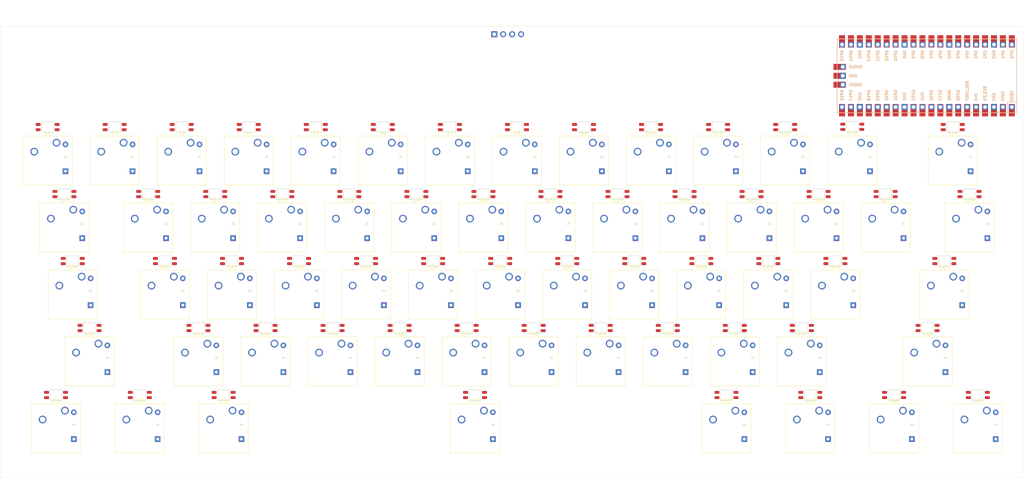
<source format=kicad_pcb>
(kicad_pcb (version 20241229) (generator "pcbnew") (generator_version "9.0")
  (layers (0 "F.Cu" signal) (2 "B.Cu" signal) (13 "F.Paste" user) (15 "B.Paste" user) (5 "F.SilkS" user "F.Silkscreen") (7 "B.SilkS" user "B.Silkscreen") (1 "F.Mask" user) (3 "B.Mask" user) (25 "Edge.Cuts" user))
  (net 0 "")
  (net 1 "LED")
  (net 2 "+5V")
  (net 3 "GND")
  (net 4 "Net-(D103-DOUT)")
  (net 5 "Net-(D48-DOUT)")
  (net 6 "Net-(D52-DOUT)")
  (net 7 "Net-(D56-DOUT)")
  (net 8 "Net-(D60-DOUT)")
  (net 9 "Net-(D64-DOUT)")
  (net 10 "Net-(D67-DOUT)")
  (net 11 "Net-(D68-DOUT)")
  (net 12 "Net-(D69-DOUT)")
  (net 13 "Net-(D78-DOUT)")
  (net 14 "Net-(D79-DOUT)")
  (net 15 "Net-(D81-DOUT)")
  (net 16 "Net-(D83-DOUT)")
  (net 17 "Net-(D85-DOUT)")
  (net 18 "Net-(D87-DOUT)")
  (net 19 "Net-(D89-DOUT)")
  (net 20 "Net-(D91-DOUT)")
  (net 21 "Net-(D94-DOUT)")
  (net 22 "Net-(D95-DOUT)")
  (net 23 "Net-(D100-DOUT)")
  (net 24 "Net-(D96-DOUT)")
  (net 25 "Net-(D102-DOUT)")
  (net 26 "Net-(D100-DIN)")
  (net 27 "Net-(D101-DOUT)")
  (net 28 "Net-(D105-DOUT)")
  (net 29 "Net-(D107-DOUT)")
  (net 30 "Net-(D109-DOUT)")
  (net 31 "Net-(D111-DOUT)")
  (net 32 "Net-(D115-DOUT)")
  (net 33 "Net-(D119-DOUT)")
  (net 34 "Net-(D1-A)")
  (net 35 "Row 0")
  (net 36 "Net-(D2-A)")
  (net 37 "Net-(D3-A)")
  (net 38 "Net-(D4-A)")
  (net 39 "Net-(D5-A)")
  (net 40 "Net-(D6-A)")
  (net 41 "Net-(D7-A)")
  (net 42 "Net-(D8-A)")
  (net 43 "Net-(D9-A)")
  (net 44 "Net-(D10-A)")
  (net 45 "Net-(D11-A)")
  (net 46 "Net-(D12-A)")
  (net 47 "Net-(D13-A)")
  (net 48 "Net-(D14-A)")
  (net 49 "Net-(D15-A)")
  (net 50 "Row 1")
  (net 51 "Net-(D16-A)")
  (net 52 "Net-(D17-A)")
  (net 53 "Net-(D18-A)")
  (net 54 "Net-(D19-A)")
  (net 55 "Net-(D20-A)")
  (net 56 "Net-(D21-A)")
  (net 57 "Net-(D22-A)")
  (net 58 "Net-(D23-A)")
  (net 59 "Net-(D24-A)")
  (net 60 "Net-(D25-A)")
  (net 61 "Net-(D26-A)")
  (net 62 "Net-(D27-A)")
  (net 63 "Net-(D28-A)")
  (net 64 "Net-(D29-A)")
  (net 65 "Row 2")
  (net 66 "Net-(D30-A)")
  (net 67 "Net-(D31-A)")
  (net 68 "Net-(D32-A)")
  (net 69 "Net-(D33-A)")
  (net 70 "Net-(D34-A)")
  (net 71 "Net-(D35-A)")
  (net 72 "Net-(D36-A)")
  (net 73 "Net-(D37-A)")
  (net 74 "Net-(D38-A)")
  (net 75 "Net-(D39-A)")
  (net 76 "Net-(D40-A)")
  (net 77 "Net-(D41-A)")
  (net 78 "Row 3")
  (net 79 "Net-(D42-A)")
  (net 80 "Net-(D43-A)")
  (net 81 "Net-(D44-A)")
  (net 82 "Net-(D45-A)")
  (net 83 "Net-(D46-A)")
  (net 84 "Net-(D47-A)")
  (net 85 "Net-(D49-A)")
  (net 86 "Net-(D50-A)")
  (net 87 "Net-(D51-A)")
  (net 88 "Net-(D53-A)")
  (net 89 "Net-(D54-A)")
  (net 90 "Net-(D55-A)")
  (net 91 "Net-(D57-A)")
  (net 92 "Row 4")
  (net 93 "Net-(D58-A)")
  (net 94 "Net-(D59-A)")
  (net 95 "Net-(D61-A)")
  (net 96 "Net-(D62-A)")
  (net 97 "Net-(D63-A)")
  (net 98 "Net-(D65-A)")
  (net 99 "Net-(D66-A)")
  (net 100 "SDA")
  (net 101 "+3.3V")
  (net 102 "SCL")
  (net 103 "Column 0")
  (net 104 "Column 1")
  (net 105 "Column 2")
  (net 106 "Column 3")
  (net 107 "Column 4")
  (net 108 "Column 5")
  (net 109 "Column 6")
  (net 110 "Column 7")
  (net 111 "Column 8")
  (net 112 "Column 9")
  (net 113 "Column 10")
  (net 114 "Column 11")
  (net 115 "Column 12")
  (net 116 "Column 13")
  (net 135 "Net-(D70-DOUT)")
  (net 136 "Net-(D71-DOUT)")
  (net 137 "Net-(D72-DOUT)")
  (net 138 "Net-(D73-DOUT)")
  (net 139 "Net-(D74-DOUT)")
  (net 140 "Net-(D75-DOUT)")
  (net 141 "Net-(D76-DOUT)")
  (net 142 "Net-(D77-DOUT)")
  (net 143 "Net-(D80-DOUT)")
  (net 144 "Net-(D82-DOUT)")
  (net 145 "Net-(D84-DOUT)")
  (net 146 "Net-(D86-DOUT)")
  (net 147 "Net-(D88-DOUT)")
  (net 148 "Net-(D90-DOUT)")
  (net 149 "Net-(D92-DOUT)")
  (net 150 "Net-(D93-DOUT)")
  (net 151 "Net-(D97-DOUT)")
  (net 152 "Net-(D98-DOUT)")
  (net 153 "Net-(D104-DOUT)")
  (net 154 "Net-(D106-DOUT)")
  (net 155 "Net-(D108-DOUT)")
  (net 156 "Net-(D110-DOUT)")
  (net 157 "Net-(D112-DOUT)")
  (net 158 "Net-(D113-DOUT)")
  (net 159 "Net-(D114-DOUT)")
  (net 160 "Net-(D116-DOUT)")
  (net 161 "Net-(D117-DOUT)")
  (net 162 "Net-(D118-DOUT)")
  (net 163 "Net-(D120-DOUT)")
  (net 164 "Net-(D121-DOUT)")
  (footprint "Button_Switch_Keyboard:SW_Cherry_MX_1.00u_PCB" (layer "F.Cu") (at 178.7525 90.17)
    (property "Reference" "S48")
    (property "Value" "Keyswitch")
  )
  (footprint "ScottoKeebs_Components:LED_SK6812MINI" (layer "F.Cu") (at 276.2325 47.63)
    (property "Reference" "D107" (hide yes))
    (property "Value" "LED_SK6812MINI" (hide yes))
    (fp_line (start -1.7 -1.5) (end -1.7 1.5) (stroke (width 0.12)) (layer "Edge.Cuts"))
    (fp_line (start -1.7 1.5) (end 1.7 1.5) (stroke (width 0.12)) (layer "Edge.Cuts"))
    (fp_line (start 1.7 -1.5) (end -1.7 -1.5) (stroke (width 0.12)) (layer "Edge.Cuts"))
    (fp_line (start 1.7 1.5) (end 1.7 -1.5) (stroke (width 0.12)) (layer "Edge.Cuts"))
  )
  (footprint "Button_Switch_Keyboard:SW_Cherry_MX_1.00u_PCB" (layer "F.Cu") (at 140.6525 90.17)
    (property "Reference" "S46")
    (property "Value" "Keyswitch")
  )
  (footprint "Button_Switch_Keyboard:SW_Cherry_MX_1.00u_PCB" (layer "F.Cu") (at 207.3275 71.12)
    (property "Reference" "S37")
    (property "Value" "Keyswitch")
  )
  (footprint "ScottoKeebs_Components:LED_SK6812MINI" (layer "F.Cu") (at 230.98875 104.78)
    (property "Reference" "D60" (hide yes))
    (property "Value" "LED_SK6812MINI" (hide yes))
    (fp_line (start -1.7 -1.5) (end -1.7 1.5) (stroke (width 0.12)) (layer "Edge.Cuts"))
    (fp_line (start -1.7 1.5) (end 1.7 1.5) (stroke (width 0.12)) (layer "Edge.Cuts"))
    (fp_line (start 1.7 -1.5) (end -1.7 -1.5) (stroke (width 0.12)) (layer "Edge.Cuts"))
    (fp_line (start 1.7 1.5) (end 1.7 -1.5) (stroke (width 0.12)) (layer "Edge.Cuts"))
  )
  (footprint "ScottoKeebs_Components:LED_SK6812MINI" (layer "F.Cu") (at 190.5075 28.58)
    (property "Reference" "D114" (hide yes))
    (property "Value" "LED_SK6812MINI" (hide yes))
    (fp_line (start -1.7 -1.5) (end -1.7 1.5) (stroke (width 0.12)) (layer "Edge.Cuts"))
    (fp_line (start -1.7 1.5) (end 1.7 1.5) (stroke (width 0.12)) (layer "Edge.Cuts"))
    (fp_line (start 1.7 -1.5) (end -1.7 -1.5) (stroke (width 0.12)) (layer "Edge.Cuts"))
    (fp_line (start 1.7 1.5) (end 1.7 -1.5) (stroke (width 0.12)) (layer "Edge.Cuts"))
  )
  (footprint "Button_Switch_Keyboard:SW_Cherry_MX_1.00u_PCB" (layer "F.Cu") (at 93.0275 71.12)
    (property "Reference" "S31")
    (property "Value" "Keyswitch")
  )
  (footprint "ScottoKeebs_Components:LED_SK6812MINI" (layer "F.Cu") (at 109.545 66.68)
    (property "Reference" "D91" (hide yes))
    (property "Value" "LED_SK6812MINI" (hide yes))
    (fp_line (start -1.7 -1.5) (end -1.7 1.5) (stroke (width 0.12)) (layer "Edge.Cuts"))
    (fp_line (start -1.7 1.5) (end 1.7 1.5) (stroke (width 0.12)) (layer "Edge.Cuts"))
    (fp_line (start 1.7 -1.5) (end -1.7 -1.5) (stroke (width 0.12)) (layer "Edge.Cuts"))
    (fp_line (start 1.7 1.5) (end 1.7 -1.5) (stroke (width 0.12)) (layer "Edge.Cuts"))
  )
  (footprint "ScottoKeebs_Components:LED_SK6812MINI" (layer "F.Cu") (at 114.3075 28.58)
    (property "Reference" "D118" (hide yes))
    (property "Value" "LED_SK6812MINI" (hide yes))
    (fp_line (start -1.7 -1.5) (end -1.7 1.5) (stroke (width 0.12)) (layer "Edge.Cuts"))
    (fp_line (start -1.7 1.5) (end 1.7 1.5) (stroke (width 0.12)) (layer "Edge.Cuts"))
    (fp_line (start 1.7 -1.5) (end -1.7 -1.5) (stroke (width 0.12)) (layer "Edge.Cuts"))
    (fp_line (start 1.7 1.5) (end 1.7 -1.5) (stroke (width 0.12)) (layer "Edge.Cuts"))
  )
  (footprint "ScottoKeebs_Components:LED_SK6812MINI" (layer "F.Cu") (at 71.445 66.68)
    (property "Reference" "D93" (hide yes))
    (property "Value" "LED_SK6812MINI" (hide yes))
    (fp_line (start -1.7 -1.5) (end -1.7 1.5) (stroke (width 0.12)) (layer "Edge.Cuts"))
    (fp_line (start -1.7 1.5) (end 1.7 1.5) (stroke (width 0.12)) (layer "Edge.Cuts"))
    (fp_line (start 1.7 -1.5) (end -1.7 -1.5) (stroke (width 0.12)) (layer "Edge.Cuts"))
    (fp_line (start 1.7 1.5) (end 1.7 -1.5) (stroke (width 0.12)) (layer "Edge.Cuts"))
  )
  (footprint "ScottoKeebs_Components:LED_SK6812MINI" (layer "F.Cu") (at 85.7325 47.63)
    (property "Reference" "D97" (hide yes))
    (property "Value" "LED_SK6812MINI" (hide yes))
    (fp_line (start -1.7 -1.5) (end -1.7 1.5) (stroke (width 0.12)) (layer "Edge.Cuts"))
    (fp_line (start -1.7 1.5) (end 1.7 1.5) (stroke (width 0.12)) (layer "Edge.Cuts"))
    (fp_line (start 1.7 -1.5) (end -1.7 -1.5) (stroke (width 0.12)) (layer "Edge.Cuts"))
    (fp_line (start 1.7 1.5) (end 1.7 -1.5) (stroke (width 0.12)) (layer "Edge.Cuts"))
  )
  (footprint "ScottoKeebs_Components:LED_SK6812MINI" (layer "F.Cu") (at 80.97 85.73)
    (property "Reference" "D71" (hide yes))
    (property "Value" "LED_SK6812MINI" (hide yes))
    (fp_line (start -1.7 -1.5) (end -1.7 1.5) (stroke (width 0.12)) (layer "Edge.Cuts"))
    (fp_line (start -1.7 1.5) (end 1.7 1.5) (stroke (width 0.12)) (layer "Edge.Cuts"))
    (fp_line (start 1.7 -1.5) (end -1.7 -1.5) (stroke (width 0.12)) (layer "Edge.Cuts"))
    (fp_line (start 1.7 1.5) (end 1.7 -1.5) (stroke (width 0.12)) (layer "Edge.Cuts"))
  )
  (footprint "Button_Switch_Keyboard:SW_Cherry_MX_1.00u_PCB" (layer "F.Cu") (at 83.5025 90.17)
    (property "Reference" "S43")
    (property "Value" "Keyswitch")
  )
  (footprint "Button_Switch_Keyboard:SW_Cherry_MX_1.00u_PCB" (layer "F.Cu") (at 295.43375 71.12)
    (property "Reference" "S41")
    (property "Value" "Keyswitch")
  )
  (footprint "Button_Switch_Keyboard:SW_Cherry_MX_1.00u_PCB" (layer "F.Cu") (at 188.2775 71.12)
    (property "Reference" "S36")
    (property "Value" "Keyswitch")
  )
  (footprint "Button_Switch_Keyboard:SW_Cherry_MX_1.00u_PCB" (layer "F.Cu") (at 233.52125 109.22)
    (property "Reference" "S58")
    (property "Value" "Keyswitch")
  )
  (footprint "ScottoKeebs_Components:LED_SK6812MINI" (layer "F.Cu") (at 254.80125 104.78)
    (property "Reference" "D56" (hide yes))
    (property "Value" "LED_SK6812MINI" (hide yes))
    (fp_line (start -1.7 -1.5) (end -1.7 1.5) (stroke (width 0.12)) (layer "Edge.Cuts"))
    (fp_line (start -1.7 1.5) (end 1.7 1.5) (stroke (width 0.12)) (layer "Edge.Cuts"))
    (fp_line (start 1.7 -1.5) (end -1.7 -1.5) (stroke (width 0.12)) (layer "Edge.Cuts"))
    (fp_line (start 1.7 1.5) (end 1.7 -1.5) (stroke (width 0.12)) (layer "Edge.Cuts"))
  )
  (footprint "Button_Switch_Keyboard:SW_Cherry_MX_1.00u_PCB" (layer "F.Cu") (at 235.9025 90.17)
    (property "Reference" "S51")
    (property "Value" "Keyswitch")
  )
  (footprint "Button_Switch_Keyboard:SW_Cherry_MX_1.00u_PCB" (layer "F.Cu") (at 302.5775 52.07)
    (property "Reference" "S28")
    (property "Value" "Keyswitch")
  )
  (footprint "ScottoKeebs_Components:LED_SK6812MINI" (layer "F.Cu") (at 76.2075 28.58)
    (property "Reference" "D120" (hide yes))
    (property "Value" "LED_SK6812MINI" (hide yes))
    (fp_line (start -1.7 -1.5) (end -1.7 1.5) (stroke (width 0.12)) (layer "Edge.Cuts"))
    (fp_line (start -1.7 1.5) (end 1.7 1.5) (stroke (width 0.12)) (layer "Edge.Cuts"))
    (fp_line (start 1.7 -1.5) (end -1.7 -1.5) (stroke (width 0.12)) (layer "Edge.Cuts"))
    (fp_line (start 1.7 1.5) (end 1.7 -1.5) (stroke (width 0.12)) (layer "Edge.Cuts"))
  )
  (footprint "ScottoKeebs_Components:LED_SK6812MINI" (layer "F.Cu") (at 209.5575 28.58)
    (property "Reference" "D113" (hide yes))
    (property "Value" "LED_SK6812MINI" (hide yes))
    (fp_line (start -1.7 -1.5) (end -1.7 1.5) (stroke (width 0.12)) (layer "Edge.Cuts"))
    (fp_line (start -1.7 1.5) (end 1.7 1.5) (stroke (width 0.12)) (layer "Edge.Cuts"))
    (fp_line (start 1.7 -1.5) (end -1.7 -1.5) (stroke (width 0.12)) (layer "Edge.Cuts"))
    (fp_line (start 1.7 1.5) (end 1.7 -1.5) (stroke (width 0.12)) (layer "Edge.Cuts"))
  )
  (footprint "ScottoKeebs_Components:LED_SK6812MINI" (layer "F.Cu") (at 119.07 85.73)
    (property "Reference" "D73" (hide yes))
    (property "Value" "LED_SK6812MINI" (hide yes))
    (fp_line (start -1.7 -1.5) (end -1.7 1.5) (stroke (width 0.12)) (layer "Edge.Cuts"))
    (fp_line (start -1.7 1.5) (end 1.7 1.5) (stroke (width 0.12)) (layer "Edge.Cuts"))
    (fp_line (start 1.7 -1.5) (end -1.7 -1.5) (stroke (width 0.12)) (layer "Edge.Cuts"))
    (fp_line (start 1.7 1.5) (end 1.7 -1.5) (stroke (width 0.12)) (layer "Edge.Cuts"))
  )
  (footprint "ScottoKeebs_Components:LED_SK6812MINI" (layer "F.Cu") (at 228.6075 28.58)
    (property "Reference" "D112" (hide yes))
    (property "Value" "LED_SK6812MINI" (hide yes))
    (fp_line (start -1.7 -1.5) (end -1.7 1.5) (stroke (width 0.12)) (layer "Edge.Cuts"))
    (fp_line (start -1.7 1.5) (end 1.7 1.5) (stroke (width 0.12)) (layer "Edge.Cuts"))
    (fp_line (start 1.7 -1.5) (end -1.7 -1.5) (stroke (width 0.12)) (layer "Edge.Cuts"))
    (fp_line (start 1.7 1.5) (end 1.7 -1.5) (stroke (width 0.12)) (layer "Edge.Cuts"))
  )
  (footprint "Button_Switch_Keyboard:SW_Cherry_MX_1.00u_PCB" (layer "F.Cu") (at 250.19 33.02)
    (property "Reference" "S12")
    (property "Value" "Keyswitch")
  )
  (footprint "Button_Switch_Keyboard:SW_Cherry_MX_1.00u_PCB" (layer "F.Cu") (at 240.665 52.07)
    (property "Reference" "S25")
    (property "Value" "Keyswitch")
  )
  (footprint "Button_Switch_Keyboard:SW_Cherry_MX_1.00u_PCB" (layer "F.Cu") (at 52.54625 90.17)
    (property "Reference" "S42")
    (property "Value" "Keyswitch")
  )
  (footprint "ScottoKeebs_Components:LED_SK6812MINI" (layer "F.Cu") (at 171.4575 28.58)
    (property "Reference" "D115" (hide yes))
    (property "Value" "LED_SK6812MINI" (hide yes))
    (fp_line (start -1.7 -1.5) (end -1.7 1.5) (stroke (width 0.12)) (layer "Edge.Cuts"))
    (fp_line (start -1.7 1.5) (end 1.7 1.5) (stroke (width 0.12)) (layer "Edge.Cuts"))
    (fp_line (start 1.7 -1.5) (end -1.7 -1.5) (stroke (width 0.12)) (layer "Edge.Cuts"))
    (fp_line (start 1.7 1.5) (end 1.7 -1.5) (stroke (width 0.12)) (layer "Edge.Cuts"))
  )
  (footprint "ScottoKeebs_Components:OLED_128x64" (layer "F.Cu") (at 168.82 2.17)
    (property "Reference" "J1" (hide yes))
    (property "Value" "OLED_128x64")
  )
  (footprint "ScottoKeebs_Components:LED_SK6812MINI" (layer "F.Cu") (at 166.695 66.68)
    (property "Reference" "D88" (hide yes))
    (property "Value" "LED_SK6812MINI" (hide yes))
    (fp_line (start -1.7 -1.5) (end -1.7 1.5) (stroke (width 0.12)) (layer "Edge.Cuts"))
    (fp_line (start -1.7 1.5) (end 1.7 1.5) (stroke (width 0.12)) (layer "Edge.Cuts"))
    (fp_line (start 1.7 -1.5) (end -1.7 -1.5) (stroke (width 0.12)) (layer "Edge.Cuts"))
    (fp_line (start 1.7 1.5) (end 1.7 -1.5) (stroke (width 0.12)) (layer "Edge.Cuts"))
  )
  (footprint "Button_Switch_Keyboard:SW_Cherry_MX_1.00u_PCB" (layer "F.Cu") (at 269.24 33.02)
    (property "Reference" "S13")
    (property "Value" "Keyswitch")
  )
  (footprint "Button_Switch_Keyboard:SW_Cherry_MX_1.00u_PCB" (layer "F.Cu") (at 231.14 33.02)
    (property "Reference" "S11")
    (property "Value" "Keyswitch")
  )
  (footprint "ScottoKeebs_Components:LED_SK6812MINI" (layer "F.Cu") (at 138.12 85.73)
    (property "Reference" "D74" (hide yes))
    (property "Value" "LED_SK6812MINI" (hide yes))
    (fp_line (start -1.7 -1.5) (end -1.7 1.5) (stroke (width 0.12)) (layer "Edge.Cuts"))
    (fp_line (start -1.7 1.5) (end 1.7 1.5) (stroke (width 0.12)) (layer "Edge.Cuts"))
    (fp_line (start 1.7 -1.5) (end -1.7 -1.5) (stroke (width 0.12)) (layer "Edge.Cuts"))
    (fp_line (start 1.7 1.5) (end 1.7 -1.5) (stroke (width 0.12)) (layer "Edge.Cuts"))
  )
  (footprint "Button_Switch_Keyboard:SW_Cherry_MX_1.00u_PCB" (layer "F.Cu") (at 73.9775 71.12)
    (property "Reference" "S30")
    (property "Value" "Keyswitch")
  )
  (footprint "Button_Switch_Keyboard:SW_Cherry_MX_1.00u_PCB" (layer "F.Cu") (at 154.94 33.02)
    (property "Reference" "S7")
    (property "Value" "Keyswitch")
  )
  (footprint "ScottoKeebs_Components:LED_SK6812MINI" (layer "F.Cu") (at 50.01375 85.73)
    (property "Reference" "D70" (hide yes))
    (property "Value" "LED_SK6812MINI" (hide yes))
    (fp_line (start -1.7 -1.5) (end -1.7 1.5) (stroke (width 0.12)) (layer "Edge.Cuts"))
    (fp_line (start -1.7 1.5) (end 1.7 1.5) (stroke (width 0.12)) (layer "Edge.Cuts"))
    (fp_line (start 1.7 -1.5) (end -1.7 -1.5) (stroke (width 0.12)) (layer "Edge.Cuts"))
    (fp_line (start 1.7 1.5) (end 1.7 -1.5) (stroke (width 0.12)) (layer "Edge.Cuts"))
  )
  (footprint "ScottoKeebs_Components:LED_SK6812MINI" (layer "F.Cu") (at 223.845 66.68)
    (property "Reference" "D85" (hide yes))
    (property "Value" "LED_SK6812MINI" (hide yes))
    (fp_line (start -1.7 -1.5) (end -1.7 1.5) (stroke (width 0.12)) (layer "Edge.Cuts"))
    (fp_line (start -1.7 1.5) (end 1.7 1.5) (stroke (width 0.12)) (layer "Edge.Cuts"))
    (fp_line (start 1.7 -1.5) (end -1.7 -1.5) (stroke (width 0.12)) (layer "Edge.Cuts"))
    (fp_line (start 1.7 1.5) (end 1.7 -1.5) (stroke (width 0.12)) (layer "Edge.Cuts"))
  )
  (footprint "ScottoKeebs_Components:LED_SK6812MINI" (layer "F.Cu") (at 45.25125 66.68)
    (property "Reference" "D94" (hide yes))
    (property "Value" "LED_SK6812MINI" (hide yes))
    (fp_line (start -1.7 -1.5) (end -1.7 1.5) (stroke (width 0.12)) (layer "Edge.Cuts"))
    (fp_line (start -1.7 1.5) (end 1.7 1.5) (stroke (width 0.12)) (layer "Edge.Cuts"))
    (fp_line (start 1.7 -1.5) (end -1.7 -1.5) (stroke (width 0.12)) (layer "Edge.Cuts"))
    (fp_line (start 1.7 1.5) (end 1.7 -1.5) (stroke (width 0.12)) (layer "Edge.Cuts"))
  )
  (footprint "ScottoKeebs_Components:LED_SK6812MINI" (layer "F.Cu") (at 242.895 66.68)
    (property "Reference" "D84" (hide yes))
    (property "Value" "LED_SK6812MINI" (hide yes))
    (fp_line (start -1.7 -1.5) (end -1.7 1.5) (stroke (width 0.12)) (layer "Edge.Cuts"))
    (fp_line (start -1.7 1.5) (end 1.7 1.5) (stroke (width 0.12)) (layer "Edge.Cuts"))
    (fp_line (start 1.7 -1.5) (end -1.7 -1.5) (stroke (width 0.12)) (layer "Edge.Cuts"))
    (fp_line (start 1.7 1.5) (end 1.7 -1.5) (stroke (width 0.12)) (layer "Edge.Cuts"))
  )
  (footprint "Button_Switch_Keyboard:SW_Cherry_MX_1.00u_PCB" (layer "F.Cu") (at 304.95875 109.22)
    (property "Reference" "S61")
    (property "Value" "Keyswitch")
  )
  (footprint "Button_Switch_Keyboard:SW_Cherry_MX_1.00u_PCB" (layer "F.Cu") (at 221.615 52.07)
    (property "Reference" "S24")
    (property "Value" "Keyswitch")
  )
  (footprint "ScottoKeebs_Components:LED_SK6812MINI" (layer "F.Cu") (at 66.6825 47.63)
    (property "Reference" "D96" (hide yes))
    (property "Value" "LED_SK6812MINI" (hide yes))
    (fp_line (start -1.7 -1.5) (end -1.7 1.5) (stroke (width 0.12)) (layer "Edge.Cuts"))
    (fp_line (start -1.7 1.5) (end 1.7 1.5) (stroke (width 0.12)) (layer "Edge.Cuts"))
    (fp_line (start 1.7 -1.5) (end -1.7 -1.5) (stroke (width 0.12)) (layer "Edge.Cuts"))
    (fp_line (start 1.7 1.5) (end 1.7 -1.5) (stroke (width 0.12)) (layer "Edge.Cuts"))
  )
  (footprint "Button_Switch_Keyboard:SW_Cherry_MX_1.00u_PCB" (layer "F.Cu") (at 183.515 52.07)
    (property "Reference" "S22")
    (property "Value" "Keyswitch")
  )
  (footprint "Button_Switch_Keyboard:SW_Cherry_MX_1.00u_PCB" (layer "F.Cu") (at 88.265 52.07)
    (property "Reference" "S17")
    (property "Value" "Keyswitch")
  )
  (footprint "Button_Switch_Keyboard:SW_Cherry_MX_1.00u_PCB" (layer "F.Cu") (at 159.7025 90.17)
    (property "Reference" "S47")
    (property "Value" "Keyswitch")
  )
  (footprint "ScottoKeebs_Components:LED_SK6812MINI" (layer "F.Cu") (at 200.0325 47.63)
    (property "Reference" "D103" (hide yes))
    (property "Value" "LED_SK6812MINI" (hide yes))
    (fp_line (start -1.7 -1.5) (end -1.7 1.5) (stroke (width 0.12)) (layer "Edge.Cuts"))
    (fp_line (start -1.7 1.5) (end 1.7 1.5) (stroke (width 0.12)) (layer "Edge.Cuts"))
    (fp_line (start 1.7 -1.5) (end -1.7 -1.5) (stroke (width 0.12)) (layer "Edge.Cuts"))
    (fp_line (start 1.7 1.5) (end 1.7 -1.5) (stroke (width 0.12)) (layer "Edge.Cuts"))
  )
  (footprint "ScottoKeebs_Components:LED_SK6812MINI" (layer "F.Cu") (at 288.13875 85.73)
    (property "Reference" "D81" (hide yes))
    (property "Value" "LED_SK6812MINI" (hide yes))
    (fp_line (start -1.7 -1.5) (end -1.7 1.5) (stroke (width 0.12)) (layer "Edge.Cuts"))
    (fp_line (start -1.7 1.5) (end 1.7 1.5) (stroke (width 0.12)) (layer "Edge.Cuts"))
    (fp_line (start 1.7 -1.5) (end -1.7 -1.5) (stroke (width 0.12)) (layer "Edge.Cuts"))
    (fp_line (start 1.7 1.5) (end 1.7 -1.5) (stroke (width 0.12)) (layer "Edge.Cuts"))
  )
  (footprint "Button_Switch_Keyboard:SW_Cherry_MX_1.00u_PCB" (layer "F.Cu") (at 164.465 52.07)
    (property "Reference" "S21")
    (property "Value" "Keyswitch")
  )
  (footprint "ScottoKeebs_Components:LED_SK6812MINI" (layer "F.Cu") (at 300.045 47.63)
    (property "Reference" "D108" (hide yes))
    (property "Value" "LED_SK6812MINI" (hide yes))
    (fp_line (start -1.7 -1.5) (end -1.7 1.5) (stroke (width 0.12)) (layer "Edge.Cuts"))
    (fp_line (start -1.7 1.5) (end 1.7 1.5) (stroke (width 0.12)) (layer "Edge.Cuts"))
    (fp_line (start 1.7 -1.5) (end -1.7 -1.5) (stroke (width 0.12)) (layer "Edge.Cuts"))
    (fp_line (start 1.7 1.5) (end 1.7 -1.5) (stroke (width 0.12)) (layer "Edge.Cuts"))
  )
  (footprint "Button_Switch_Keyboard:SW_Cherry_MX_1.00u_PCB" (layer "F.Cu") (at 290.67125 90.17)
    (property "Reference" "S53")
    (property "Value" "Keyswitch")
  )
  (footprint "Button_Switch_Keyboard:SW_Cherry_MX_1.00u_PCB" (layer "F.Cu") (at 78.74 33.02)
    (property "Reference" "S3")
    (property "Value" "Keyswitch")
  )
  (footprint "Button_Switch_Keyboard:SW_Cherry_MX_1.00u_PCB" (layer "F.Cu") (at 264.4775 71.12)
    (property "Reference" "S40")
    (property "Value" "Keyswitch")
  )
  (footprint "ScottoKeebs_Components:LED_SK6812MINI" (layer "F.Cu") (at 233.37 85.73)
    (property "Reference" "D79" (hide yes))
    (property "Value" "LED_SK6812MINI" (hide yes))
    (fp_line (start -1.7 -1.5) (end -1.7 1.5) (stroke (width 0.12)) (layer "Edge.Cuts"))
    (fp_line (start -1.7 1.5) (end 1.7 1.5) (stroke (width 0.12)) (layer "Edge.Cuts"))
    (fp_line (start 1.7 -1.5) (end -1.7 -1.5) (stroke (width 0.12)) (layer "Edge.Cuts"))
    (fp_line (start 1.7 1.5) (end 1.7 -1.5) (stroke (width 0.12)) (layer "Edge.Cuts"))
  )
  (footprint "ScottoKeebs_Components:LED_SK6812MINI" (layer "F.Cu") (at 147.645 66.68)
    (property "Reference" "D89" (hide yes))
    (property "Value" "LED_SK6812MINI" (hide yes))
    (fp_line (start -1.7 -1.5) (end -1.7 1.5) (stroke (width 0.12)) (layer "Edge.Cuts"))
    (fp_line (start -1.7 1.5) (end 1.7 1.5) (stroke (width 0.12)) (layer "Edge.Cuts"))
    (fp_line (start 1.7 -1.5) (end -1.7 -1.5) (stroke (width 0.12)) (layer "Edge.Cuts"))
    (fp_line (start 1.7 1.5) (end 1.7 -1.5) (stroke (width 0.12)) (layer "Edge.Cuts"))
  )
  (footprint "ScottoKeebs_Components:LED_SK6812MINI" (layer "F.Cu") (at 185.745 66.68)
    (property "Reference" "D87" (hide yes))
    (property "Value" "LED_SK6812MINI" (hide yes))
    (fp_line (start -1.7 -1.5) (end -1.7 1.5) (stroke (width 0.12)) (layer "Edge.Cuts"))
    (fp_line (start -1.7 1.5) (end 1.7 1.5) (stroke (width 0.12)) (layer "Edge.Cuts"))
    (fp_line (start 1.7 -1.5) (end -1.7 -1.5) (stroke (width 0.12)) (layer "Edge.Cuts"))
    (fp_line (start 1.7 1.5) (end 1.7 -1.5) (stroke (width 0.12)) (layer "Edge.Cuts"))
  )
  (footprint "ScottoKeebs_Components:LED_SK6812MINI" (layer "F.Cu") (at 159.55125 104.78)
    (property "Reference" "D64" (hide yes))
    (property "Value" "LED_SK6812MINI" (hide yes))
    (fp_line (start -1.7 -1.5) (end -1.7 1.5) (stroke (width 0.12)) (layer "Edge.Cuts"))
    (fp_line (start -1.7 1.5) (end 1.7 1.5) (stroke (width 0.12)) (layer "Edge.Cuts"))
    (fp_line (start 1.7 -1.5) (end -1.7 -1.5) (stroke (width 0.12)) (layer "Edge.Cuts"))
    (fp_line (start 1.7 1.5) (end 1.7 -1.5) (stroke (width 0.12)) (layer "Edge.Cuts"))
  )
  (footprint "ScottoKeebs_Components:LED_SK6812MINI" (layer "F.Cu") (at 90.495 66.68)
    (property "Reference" "D92" (hide yes))
    (property "Value" "LED_SK6812MINI" (hide yes))
    (fp_line (start -1.7 -1.5) (end -1.7 1.5) (stroke (width 0.12)) (layer "Edge.Cuts"))
    (fp_line (start -1.7 1.5) (end 1.7 1.5) (stroke (width 0.12)) (layer "Edge.Cuts"))
    (fp_line (start 1.7 -1.5) (end -1.7 -1.5) (stroke (width 0.12)) (layer "Edge.Cuts"))
    (fp_line (start 1.7 1.5) (end 1.7 -1.5) (stroke (width 0.12)) (layer "Edge.Cuts"))
  )
  (footprint "ScottoKeebs_Components:LED_SK6812MINI" (layer "F.Cu") (at 40.48875 104.78)
    (property "Reference" "D69" (hide yes))
    (property "Value" "LED_SK6812MINI" (hide yes))
    (fp_line (start -1.7 -1.5) (end -1.7 1.5) (stroke (width 0.12)) (layer "Edge.Cuts"))
    (fp_line (start -1.7 1.5) (end 1.7 1.5) (stroke (width 0.12)) (layer "Edge.Cuts"))
    (fp_line (start 1.7 -1.5) (end -1.7 -1.5) (stroke (width 0.12)) (layer "Edge.Cuts"))
    (fp_line (start 1.7 1.5) (end 1.7 -1.5) (stroke (width 0.12)) (layer "Edge.Cuts"))
  )
  (footprint "Button_Switch_Keyboard:SW_Cherry_MX_1.00u_PCB" (layer "F.Cu") (at 131.1275 71.12)
    (property "Reference" "S33")
    (property "Value" "Keyswitch")
  )
  (footprint "ScottoKeebs_Components:LED_SK6812MINI" (layer "F.Cu") (at 57.1575 28.58)
    (property "Reference" "D121" (hide yes))
    (property "Value" "LED_SK6812MINI" (hide yes))
    (fp_line (start -1.7 -1.5) (end -1.7 1.5) (stroke (width 0.12)) (layer "Edge.Cuts"))
    (fp_line (start -1.7 1.5) (end 1.7 1.5) (stroke (width 0.12)) (layer "Edge.Cuts"))
    (fp_line (start 1.7 -1.5) (end -1.7 -1.5) (stroke (width 0.12)) (layer "Edge.Cuts"))
    (fp_line (start 1.7 1.5) (end 1.7 -1.5) (stroke (width 0.12)) (layer "Edge.Cuts"))
  )
  (footprint "Button_Switch_Keyboard:SW_Cherry_MX_1.00u_PCB" (layer "F.Cu") (at 297.815 33.02)
    (property "Reference" "S14")
    (property "Value" "Keyswitch")
  )
  (footprint "Button_Switch_Keyboard:SW_Cherry_MX_1.00u_PCB" (layer "F.Cu") (at 45.4025 52.07)
    (property "Reference" "S15")
    (property "Value" "Keyswitch")
  )
  (footprint "ScottoKeebs_Components:LED_SK6812MINI" (layer "F.Cu") (at 195.27 85.73)
    (property "Reference" "D77" (hide yes))
    (property "Value" "LED_SK6812MINI" (hide yes))
    (fp_line (start -1.7 -1.5) (end -1.7 1.5) (stroke (width 0.12)) (layer "Edge.Cuts"))
    (fp_line (start -1.7 1.5) (end 1.7 1.5) (stroke (width 0.12)) (layer "Edge.Cuts"))
    (fp_line (start 1.7 -1.5) (end -1.7 -1.5) (stroke (width 0.12)) (layer "Edge.Cuts"))
    (fp_line (start 1.7 1.5) (end 1.7 -1.5) (stroke (width 0.12)) (layer "Edge.Cuts"))
  )
  (footprint "ScottoKeebs_Components:LED_SK6812MINI" (layer "F.Cu") (at 302.42625 104.78)
    (property "Reference" "D48" (hide yes))
    (property "Value" "LED_SK6812MINI" (hide yes))
    (fp_line (start -1.7 -1.5) (end -1.7 1.5) (stroke (width 0.12)) (layer "Edge.Cuts"))
    (fp_line (start -1.7 1.5) (end 1.7 1.5) (stroke (width 0.12)) (layer "Edge.Cuts"))
    (fp_line (start 1.7 -1.5) (end -1.7 -1.5) (stroke (width 0.12)) (layer "Edge.Cuts"))
    (fp_line (start 1.7 1.5) (end 1.7 -1.5) (stroke (width 0.12)) (layer "Edge.Cuts"))
  )
  (footprint "Button_Switch_Keyboard:SW_Cherry_MX_1.00u_PCB" (layer "F.Cu") (at 150.1775 71.12)
    (property "Reference" "S34")
    (property "Value" "Keyswitch")
  )
  (footprint "Button_Switch_Keyboard:SW_Cherry_MX_1.00u_PCB" (layer "F.Cu") (at 47.78375 71.12)
    (property "Reference" "S29")
    (property "Value" "Keyswitch")
  )
  (footprint "ScottoKeebs_Components:LED_SK6812MINI" (layer "F.Cu") (at 176.22 85.73)
    (property "Reference" "D76" (hide yes))
    (property "Value" "LED_SK6812MINI" (hide yes))
    (fp_line (start -1.7 -1.5) (end -1.7 1.5) (stroke (width 0.12)) (layer "Edge.Cuts"))
    (fp_line (start -1.7 1.5) (end 1.7 1.5) (stroke (width 0.12)) (layer "Edge.Cuts"))
    (fp_line (start 1.7 -1.5) (end -1.7 -1.5) (stroke (width 0.12)) (layer "Edge.Cuts"))
    (fp_line (start 1.7 1.5) (end 1.7 -1.5) (stroke (width 0.12)) (layer "Edge.Cuts"))
  )
  (footprint "Button_Switch_Keyboard:SW_Cherry_MX_1.00u_PCB" (layer "F.Cu") (at 212.09 33.02)
    (property "Reference" "S10")
    (property "Value" "Keyswitch")
  )
  (footprint "Button_Switch_Keyboard:SW_Cherry_MX_1.00u_PCB" (layer "F.Cu") (at 69.215 52.07)
    (property "Reference" "S16")
    (property "Value" "Keyswitch")
  )
  (footprint "ScottoKeebs_Components:LED_SK6812MINI" (layer "F.Cu") (at 38.1075 28.58)
    (property "Reference" "D122" (hide yes))
    (property "Value" "LED_SK6812MINI" (hide yes))
    (fp_line (start -1.7 -1.5) (end -1.7 1.5) (stroke (width 0.12)) (layer "Edge.Cuts"))
    (fp_line (start -1.7 1.5) (end 1.7 1.5) (stroke (width 0.12)) (layer "Edge.Cuts"))
    (fp_line (start 1.7 -1.5) (end -1.7 -1.5) (stroke (width 0.12)) (layer "Edge.Cuts"))
    (fp_line (start 1.7 1.5) (end 1.7 -1.5) (stroke (width 0.12)) (layer "Edge.Cuts"))
  )
  (footprint "Button_Switch_Keyboard:SW_Cherry_MX_1.00u_PCB" (layer "F.Cu") (at 257.33375 109.22)
    (property "Reference" "S59")
    (property "Value" "Keyswitch")
  )
  (footprint "ScottoKeebs_Components:LED_SK6812MINI" (layer "F.Cu") (at 128.595 66.68)
    (property "Reference" "D90" (hide yes))
    (property "Value" "LED_SK6812MINI" (hide yes))
    (fp_line (start -1.7 -1.5) (end -1.7 1.5) (stroke (width 0.12)) (layer "Edge.Cuts"))
    (fp_line (start -1.7 1.5) (end 1.7 1.5) (stroke (width 0.12)) (layer "Edge.Cuts"))
    (fp_line (start 1.7 -1.5) (end -1.7 -1.5) (stroke (width 0.12)) (layer "Edge.Cuts"))
    (fp_line (start 1.7 1.5) (end 1.7 -1.5) (stroke (width 0.12)) (layer "Edge.Cuts"))
  )
  (footprint "ScottoKeebs_Components:LED_SK6812MINI" (layer "F.Cu") (at 204.795 66.68)
    (property "Reference" "D86" (hide yes))
    (property "Value" "LED_SK6812MINI" (hide yes))
    (fp_line (start -1.7 -1.5) (end -1.7 1.5) (stroke (width 0.12)) (layer "Edge.Cuts"))
    (fp_line (start -1.7 1.5) (end 1.7 1.5) (stroke (width 0.12)) (layer "Edge.Cuts"))
    (fp_line (start 1.7 -1.5) (end -1.7 -1.5) (stroke (width 0.12)) (layer "Edge.Cuts"))
    (fp_line (start 1.7 1.5) (end 1.7 -1.5) (stroke (width 0.12)) (layer "Edge.Cuts"))
  )
  (footprint "Button_Switch_Keyboard:SW_Cherry_MX_1.00u_PCB" (layer "F.Cu") (at 145.415 52.07)
    (property "Reference" "S20")
    (property "Value" "Keyswitch")
  )
  (footprint "ScottoKeebs_Components:LED_SK6812MINI" (layer "F.Cu") (at 238.1325 47.63)
    (property "Reference" "D105" (hide yes))
    (property "Value" "LED_SK6812MINI" (hide yes))
    (fp_line (start -1.7 -1.5) (end -1.7 1.5) (stroke (width 0.12)) (layer "Edge.Cuts"))
    (fp_line (start -1.7 1.5) (end 1.7 1.5) (stroke (width 0.12)) (layer "Edge.Cuts"))
    (fp_line (start 1.7 -1.5) (end -1.7 -1.5) (stroke (width 0.12)) (layer "Edge.Cuts"))
    (fp_line (start 1.7 1.5) (end 1.7 -1.5) (stroke (width 0.12)) (layer "Edge.Cuts"))
  )
  (footprint "ScottoKeebs_Components:LED_SK6812MINI" (layer "F.Cu") (at 88.11375 104.78)
    (property "Reference" "D67" (hide yes))
    (property "Value" "LED_SK6812MINI" (hide yes))
    (fp_line (start -1.7 -1.5) (end -1.7 1.5) (stroke (width 0.12)) (layer "Edge.Cuts"))
    (fp_line (start -1.7 1.5) (end 1.7 1.5) (stroke (width 0.12)) (layer "Edge.Cuts"))
    (fp_line (start 1.7 -1.5) (end -1.7 -1.5) (stroke (width 0.12)) (layer "Edge.Cuts"))
    (fp_line (start 1.7 1.5) (end 1.7 -1.5) (stroke (width 0.12)) (layer "Edge.Cuts"))
  )
  (footprint "ScottoKeebs_Components:LED_SK6812MINI" (layer "F.Cu") (at 152.4075 28.58)
    (property "Reference" "D116" (hide yes))
    (property "Value" "LED_SK6812MINI" (hide yes))
    (fp_line (start -1.7 -1.5) (end -1.7 1.5) (stroke (width 0.12)) (layer "Edge.Cuts"))
    (fp_line (start -1.7 1.5) (end 1.7 1.5) (stroke (width 0.12)) (layer "Edge.Cuts"))
    (fp_line (start 1.7 -1.5) (end -1.7 -1.5) (stroke (width 0.12)) (layer "Edge.Cuts"))
    (fp_line (start 1.7 1.5) (end 1.7 -1.5) (stroke (width 0.12)) (layer "Edge.Cuts"))
  )
  (footprint "ScottoKeebs_Components:LED_SK6812MINI" (layer "F.Cu") (at 214.32 85.73)
    (property "Reference" "D78" (hide yes))
    (property "Value" "LED_SK6812MINI" (hide yes))
    (fp_line (start -1.7 -1.5) (end -1.7 1.5) (stroke (width 0.12)) (layer "Edge.Cuts"))
    (fp_line (start -1.7 1.5) (end 1.7 1.5) (stroke (width 0.12)) (layer "Edge.Cuts"))
    (fp_line (start 1.7 -1.5) (end -1.7 -1.5) (stroke (width 0.12)) (layer "Edge.Cuts"))
    (fp_line (start 1.7 1.5) (end 1.7 -1.5) (stroke (width 0.12)) (layer "Edge.Cuts"))
  )
  (footprint "ScottoKeebs_Components:LED_SK6812MINI" (layer "F.Cu") (at 292.90125 66.68)
    (property "Reference" "D82" (hide yes))
    (property "Value" "LED_SK6812MINI" (hide yes))
    (fp_line (start -1.7 -1.5) (end -1.7 1.5) (stroke (width 0.12)) (layer "Edge.Cuts"))
    (fp_line (start -1.7 1.5) (end 1.7 1.5) (stroke (width 0.12)) (layer "Edge.Cuts"))
    (fp_line (start 1.7 -1.5) (end -1.7 -1.5) (stroke (width 0.12)) (layer "Edge.Cuts"))
    (fp_line (start 1.7 1.5) (end 1.7 -1.5) (stroke (width 0.12)) (layer "Edge.Cuts"))
  )
  (footprint "ScottoKeebs_Components:LED_SK6812MINI" (layer "F.Cu") (at 261.945 66.68)
    (property "Reference" "D83" (hide yes))
    (property "Value" "LED_SK6812MINI" (hide yes))
    (fp_line (start -1.7 -1.5) (end -1.7 1.5) (stroke (width 0.12)) (layer "Edge.Cuts"))
    (fp_line (start -1.7 1.5) (end 1.7 1.5) (stroke (width 0.12)) (layer "Edge.Cuts"))
    (fp_line (start 1.7 -1.5) (end -1.7 -1.5) (stroke (width 0.12)) (layer "Edge.Cuts"))
    (fp_line (start 1.7 1.5) (end 1.7 -1.5) (stroke (width 0.12)) (layer "Edge.Cuts"))
  )
  (footprint "Button_Switch_Keyboard:SW_Cherry_MX_1.00u_PCB" (layer "F.Cu") (at 169.2275 71.12)
    (property "Reference" "S35")
    (property "Value" "Keyswitch")
  )
  (footprint "Button_Switch_Keyboard:SW_Cherry_MX_1.00u_PCB" (layer "F.Cu") (at 40.64 33.02)
    (property "Reference" "S1")
    (property "Value" "Keyswitch")
  )
  (footprint "Button_Switch_Keyboard:SW_Cherry_MX_1.00u_PCB" (layer "F.Cu") (at 254.9525 90.17)
    (property "Reference" "S52")
    (property "Value" "Keyswitch")
  )
  (footprint "Button_Switch_Keyboard:SW_Cherry_MX_1.00u_PCB" (layer "F.Cu") (at 226.3775 71.12)
    (property "Reference" "S38")
    (property "Value" "Keyswitch")
  )
  (footprint "ScottoKeebs_MCU:Raspberry_Pi_Pico" (layer "F.Cu") (at 287.95 13.99 -90)
    (property "Reference" "U1" (hide yes))
    (property "Value" "Raspberry_Pi_Pico" (hide yes))
  )
  (footprint "Button_Switch_Keyboard:SW_Cherry_MX_1.00u_PCB" (layer "F.Cu") (at 245.4275 71.12)
    (property "Reference" "S39")
    (property "Value" "Keyswitch")
  )
  (footprint "Button_Switch_Keyboard:SW_Cherry_MX_1.00u_PCB" (layer "F.Cu") (at 102.5525 90.17)
    (property "Reference" "S44")
    (property "Value" "Keyswitch")
  )
  (footprint "Button_Switch_Keyboard:SW_Cherry_MX_1.00u_PCB" (layer "F.Cu") (at 216.8525 90.17)
    (property "Reference" "S50")
    (property "Value" "Keyswitch")
  )
  (footprint "ScottoKeebs_Components:LED_SK6812MINI" (layer "F.Cu") (at 257.1825 47.63)
    (property "Reference" "D106" (hide yes))
    (property "Value" "LED_SK6812MINI" (hide yes))
    (fp_line (start -1.7 -1.5) (end -1.7 1.5) (stroke (width 0.12)) (layer "Edge.Cuts"))
    (fp_line (start -1.7 1.5) (end 1.7 1.5) (stroke (width 0.12)) (layer "Edge.Cuts"))
    (fp_line (start 1.7 -1.5) (end -1.7 -1.5) (stroke (width 0.12)) (layer "Edge.Cuts"))
    (fp_line (start 1.7 1.5) (end 1.7 -1.5) (stroke (width 0.12)) (layer "Edge.Cuts"))
  )
  (footprint "Button_Switch_Keyboard:SW_Cherry_MX_1.00u_PCB" (layer "F.Cu") (at 278.765 52.07)
    (property "Reference" "S27")
    (property "Value" "Keyswitch")
  )
  (footprint "ScottoKeebs_Components:LED_SK6812MINI" (layer "F.Cu") (at 64.30125 104.78)
    (property "Reference" "D68" (hide yes))
    (property "Value" "LED_SK6812MINI" (hide yes))
    (fp_line (start -1.7 -1.5) (end -1.7 1.5) (stroke (width 0.12)) (layer "Edge.Cuts"))
    (fp_line (start -1.7 1.5) (end 1.7 1.5) (stroke (width 0.12)) (layer "Edge.Cuts"))
    (fp_line (start 1.7 -1.5) (end -1.7 -1.5) (stroke (width 0.12)) (layer "Edge.Cuts"))
    (fp_line (start 1.7 1.5) (end 1.7 -1.5) (stroke (width 0.12)) (layer "Edge.Cuts"))
  )
  (footprint "ScottoKeebs_Components:LED_SK6812MINI" (layer "F.Cu") (at 161.9325 47.63)
    (property "Reference" "D101" (hide yes))
    (property "Value" "LED_SK6812MINI" (hide yes))
    (fp_line (start -1.7 -1.5) (end -1.7 1.5) (stroke (width 0.12)) (layer "Edge.Cuts"))
    (fp_line (start -1.7 1.5) (end 1.7 1.5) (stroke (width 0.12)) (layer "Edge.Cuts"))
    (fp_line (start 1.7 -1.5) (end -1.7 -1.5) (stroke (width 0.12)) (layer "Edge.Cuts"))
    (fp_line (start 1.7 1.5) (end 1.7 -1.5) (stroke (width 0.12)) (layer "Edge.Cuts"))
  )
  (footprint "Button_Switch_Keyboard:SW_Cherry_MX_1.00u_PCB" (layer "F.Cu") (at 202.565 52.07)
    (property "Reference" "S23")
    (property "Value" "Keyswitch")
  )
  (footprint "ScottoKeebs_Components:LED_SK6812MINI" (layer "F.Cu") (at 247.6575 28.58)
    (property "Reference" "D111" (hide yes))
    (property "Value" "LED_SK6812MINI" (hide yes))
    (fp_line (start -1.7 -1.5) (end -1.7 1.5) (stroke (width 0.12)) (layer "Edge.Cuts"))
    (fp_line (start -1.7 1.5) (end 1.7 1.5) (stroke (width 0.12)) (layer "Edge.Cuts"))
    (fp_line (start 1.7 -1.5) (end -1.7 -1.5) (stroke (width 0.12)) (layer "Edge.Cuts"))
    (fp_line (start 1.7 1.5) (end 1.7 -1.5) (stroke (width 0.12)) (layer "Edge.Cuts"))
  )
  (footprint "ScottoKeebs_Components:LED_SK6812MINI" (layer "F.Cu") (at 95.2575 28.58)
    (property "Reference" "D119" (hide yes))
    (property "Value" "LED_SK6812MINI" (hide yes))
    (fp_line (start -1.7 -1.5) (end -1.7 1.5) (stroke (width 0.12)) (layer "Edge.Cuts"))
    (fp_line (start -1.7 1.5) (end 1.7 1.5) (stroke (width 0.12)) (layer "Edge.Cuts"))
    (fp_line (start 1.7 -1.5) (end -1.7 -1.5) (stroke (width 0.12)) (layer "Edge.Cuts"))
    (fp_line (start 1.7 1.5) (end 1.7 -1.5) (stroke (width 0.12)) (layer "Edge.Cuts"))
  )
  (footprint "ScottoKeebs_Components:LED_SK6812MINI" (layer "F.Cu") (at 123.8325 47.63)
    (property "Reference" "D99" (hide yes))
    (property "Value" "LED_SK6812MINI" (hide yes))
    (fp_line (start -1.7 -1.5) (end -1.7 1.5) (stroke (width 0.12)) (layer "Edge.Cuts"))
    (fp_line (start -1.7 1.5) (end 1.7 1.5) (stroke (width 0.12)) (layer "Edge.Cuts"))
    (fp_line (start 1.7 -1.5) (end -1.7 -1.5) (stroke (width 0.12)) (layer "Edge.Cuts"))
    (fp_line (start 1.7 1.5) (end 1.7 -1.5) (stroke (width 0.12)) (layer "Edge.Cuts"))
  )
  (footprint "Button_Switch_Keyboard:SW_Cherry_MX_1.00u_PCB" (layer "F.Cu") (at 116.84 33.02)
    (property "Reference" "S5")
    (property "Value" "Keyswitch")
  )
  (footprint "Button_Switch_Keyboard:SW_Cherry_MX_1.00u_PCB" (layer "F.Cu") (at 281.14625 109.22)
    (property "Reference" "S60")
    (property "Value" "Keyswitch")
  )
  (footprint "Button_Switch_Keyboard:SW_Cherry_MX_1.00u_PCB" (layer "F.Cu") (at 197.8025 90.17)
    (property "Reference" "S49")
    (property "Value" "Keyswitch")
  )
  (footprint "ScottoKeebs_Components:LED_SK6812MINI" (layer "F.Cu") (at 219.0825 47.63)
    (property "Reference" "D104" (hide yes))
    (property "Value" "LED_SK6812MINI" (hide yes))
    (fp_line (start -1.7 -1.5) (end -1.7 1.5) (stroke (width 0.12)) (layer "Edge.Cuts"))
    (fp_line (start -1.7 1.5) (end 1.7 1.5) (stroke (width 0.12)) (layer "Edge.Cuts"))
    (fp_line (start 1.7 -1.5) (end -1.7 -1.5) (stroke (width 0.12)) (layer "Edge.Cuts"))
    (fp_line (start 1.7 1.5) (end 1.7 -1.5) (stroke (width 0.12)) (layer "Edge.Cuts"))
  )
  (footprint "Button_Switch_Keyboard:SW_Cherry_MX_1.00u_PCB" (layer "F.Cu") (at 112.0775 71.12)
    (property "Reference" "S32")
    (property "Value" "Keyswitch")
  )
  (footprint "Button_Switch_Keyboard:SW_Cherry_MX_1.00u_PCB" (layer "F.Cu") (at 59.69 33.02)
    (property "Reference" "S2")
    (property "Value" "Keyswitch")
  )
  (footprint "ScottoKeebs_Components:LED_SK6812MINI" (layer "F.Cu") (at 295.2825 28.58)
    (property "Reference" "D109" (hide yes))
    (property "Value" "LED_SK6812MINI" (hide yes))
    (fp_line (start -1.7 -1.5) (end -1.7 1.5) (stroke (width 0.12)) (layer "Edge.Cuts"))
    (fp_line (start -1.7 1.5) (end 1.7 1.5) (stroke (width 0.12)) (layer "Edge.Cuts"))
    (fp_line (start 1.7 -1.5) (end -1.7 -1.5) (stroke (width 0.12)) (layer "Edge.Cuts"))
    (fp_line (start 1.7 1.5) (end 1.7 -1.5) (stroke (width 0.12)) (layer "Edge.Cuts"))
  )
  (footprint "Button_Switch_Keyboard:SW_Cherry_MX_1.00u_PCB" (layer "F.Cu") (at 97.79 33.02)
    (property "Reference" "S4")
    (property "Value" "Keyswitch")
  )
  (footprint "ScottoKeebs_Components:LED_SK6812MINI" (layer "F.Cu") (at 100.02 85.73)
    (property "Reference" "D72" (hide yes))
    (property "Value" "LED_SK6812MINI" (hide yes))
    (fp_line (start -1.7 -1.5) (end -1.7 1.5) (stroke (width 0.12)) (layer "Edge.Cuts"))
    (fp_line (start -1.7 1.5) (end 1.7 1.5) (stroke (width 0.12)) (layer "Edge.Cuts"))
    (fp_line (start 1.7 -1.5) (end -1.7 -1.5) (stroke (width 0.12)) (layer "Edge.Cuts"))
    (fp_line (start 1.7 1.5) (end 1.7 -1.5) (stroke (width 0.12)) (layer "Edge.Cuts"))
  )
  (footprint "ScottoKeebs_Components:LED_SK6812MINI" (layer "F.Cu") (at 42.87 47.63)
    (property "Reference" "D95" (hide yes))
    (property "Value" "LED_SK6812MINI" (hide yes))
    (fp_line (start -1.7 -1.5) (end -1.7 1.5) (stroke (width 0.12)) (layer "Edge.Cuts"))
    (fp_line (start -1.7 1.5) (end 1.7 1.5) (stroke (width 0.12)) (layer "Edge.Cuts"))
    (fp_line (start 1.7 -1.5) (end -1.7 -1.5) (stroke (width 0.12)) (layer "Edge.Cuts"))
    (fp_line (start 1.7 1.5) (end 1.7 -1.5) (stroke (width 0.12)) (layer "Edge.Cuts"))
  )
  (footprint "ScottoKeebs_Components:LED_SK6812MINI" (layer "F.Cu") (at 133.3575 28.58)
    (property "Reference" "D117" (hide yes))
    (property "Value" "LED_SK6812MINI" (hide yes))
    (fp_line (start -1.7 -1.5) (end -1.7 1.5) (stroke (width 0.12)) (layer "Edge.Cuts"))
    (fp_line (start -1.7 1.5) (end 1.7 1.5) (stroke (width 0.12)) (layer "Edge.Cuts"))
    (fp_line (start 1.7 -1.5) (end -1.7 -1.5) (stroke (width 0.12)) (layer "Edge.Cuts"))
    (fp_line (start 1.7 1.5) (end 1.7 -1.5) (stroke (width 0.12)) (layer "Edge.Cuts"))
  )
  (footprint "ScottoKeebs_Components:LED_SK6812MINI" (layer "F.Cu") (at 278.61375 104.78)
    (property "Reference" "D52" (hide yes))
    (property "Value" "LED_SK6812MINI" (hide yes))
    (fp_line (start -1.7 -1.5) (end -1.7 1.5) (stroke (width 0.12)) (layer "Edge.Cuts"))
    (fp_line (start -1.7 1.5) (end 1.7 1.5) (stroke (width 0.12)) (layer "Edge.Cuts"))
    (fp_line (start 1.7 -1.5) (end -1.7 -1.5) (stroke (width 0.12)) (layer "Edge.Cuts"))
    (fp_line (start 1.7 1.5) (end 1.7 -1.5) (stroke (width 0.12)) (layer "Edge.Cuts"))
  )
  (footprint "Button_Switch_Keyboard:SW_Cherry_MX_1.00u_PCB" (layer "F.Cu") (at 43.02125 109.22)
    (property "Reference" "S54")
    (property "Value" "Keyswitch")
  )
  (footprint "Button_Switch_Keyboard:SW_Cherry_MX_1.00u_PCB" (layer "F.Cu") (at 173.99 33.02)
    (property "Reference" "S8")
    (property "Value" "Keyswitch")
  )
  (footprint "Button_Switch_Keyboard:SW_Cherry_MX_1.00u_PCB" (layer "F.Cu") (at 193.04 33.02)
    (property "Reference" "S9")
    (property "Value" "Keyswitch")
  )
  (footprint "Button_Switch_Keyboard:SW_Cherry_MX_1.00u_PCB" (layer "F.Cu") (at 162.08375 109.22)
    (property "Reference" "S57")
    (property "Value" "Keyswitch")
  )
  (footprint "Button_Switch_Keyboard:SW_Cherry_MX_1.00u_PCB" (layer "F.Cu") (at 259.715 52.07)
    (property "Reference" "S26")
    (property "Value" "Keyswitch")
  )
  (footprint "ScottoKeebs_Components:LED_SK6812MINI" (layer "F.Cu") (at 157.17 85.73)
    (property "Reference" "D75" (hide yes))
    (property "Value" "LED_SK6812MINI" (hide yes))
    (fp_line (start -1.7 -1.5) (end -1.7 1.5) (stroke (width 0.12)) (layer "Edge.Cuts"))
    (fp_line (start -1.7 1.5) (end 1.7 1.5) (stroke (width 0.12)) (layer "Edge.Cuts"))
    (fp_line (start 1.7 -1.5) (end -1.7 -1.5) (stroke (width 0.12)) (layer "Edge.Cuts"))
    (fp_line (start 1.7 1.5) (end 1.7 -1.5) (stroke (width 0.12)) (layer "Edge.Cuts"))
  )
  (footprint "Button_Switch_Keyboard:SW_Cherry_MX_1.00u_PCB" (layer "F.Cu") (at 90.64625 109.22)
    (property "Reference" "S56")
    (property "Value" "Keyswitch")
  )
  (footprint "ScottoKeebs_Components:LED_SK6812MINI" (layer "F.Cu") (at 104.7825 47.63)
    (property "Reference" "D98" (hide yes))
    (property "Value" "LED_SK6812MINI" (hide yes))
    (fp_line (start -1.7 -1.5) (end -1.7 1.5) (stroke (width 0.12)) (layer "Edge.Cuts"))
    (fp_line (start -1.7 1.5) (end 1.7 1.5) (stroke (width 0.12)) (layer "Edge.Cuts"))
    (fp_line (start 1.7 -1.5) (end -1.7 -1.5) (stroke (width 0.12)) (layer "Edge.Cuts"))
    (fp_line (start 1.7 1.5) (end 1.7 -1.5) (stroke (width 0.12)) (layer "Edge.Cuts"))
  )
  (footprint "Button_Switch_Keyboard:SW_Cherry_MX_1.00u_PCB" (layer "F.Cu") (at 126.365 52.07)
    (property "Reference" "S19")
    (property "Value" "Keyswitch")
  )
  (footprint "Button_Switch_Keyboard:SW_Cherry_MX_1.00u_PCB" (layer "F.Cu") (at 135.89 33.02)
    (property "Reference" "S6")
    (property "Value" "Keyswitch")
  )
  (footprint "ScottoKeebs_Components:LED_SK6812MINI" (layer "F.Cu") (at 142.8825 47.63)
    (property "Reference" "D100" (hide yes))
    (property "Value" "LED_SK6812MINI" (hide yes))
    (fp_line (start -1.7 -1.5) (end -1.7 1.5) (stroke (width 0.12)) (layer "Edge.Cuts"))
    (fp_line (start -1.7 1.5) (end 1.7 1.5) (stroke (width 0.12)) (layer "Edge.Cuts"))
    (fp_line (start 1.7 -1.5) (end -1.7 -1.5) (stroke (width 0.12)) (layer "Edge.Cuts"))
    (fp_line (start 1.7 1.5) (end 1.7 -1.5) (stroke (width 0.12)) (layer "Edge.Cuts"))
  )
  (footprint "ScottoKeebs_Components:LED_SK6812MINI" (layer "F.Cu") (at 180.9825 47.63)
    (property "Reference" "D102" (hide yes))
    (property "Value" "LED_SK6812MINI" (hide yes))
    (fp_line (start -1.7 -1.5) (end -1.7 1.5) (stroke (width 0.12)) (layer "Edge.Cuts"))
    (fp_line (start -1.7 1.5) (end 1.7 1.5) (stroke (width 0.12)) (layer "Edge.Cuts"))
    (fp_line (start 1.7 -1.5) (end -1.7 -1.5) (stroke (width 0.12)) (layer "Edge.Cuts"))
    (fp_line (start 1.7 1.5) (end 1.7 -1.5) (stroke (width 0.12)) (layer "Edge.Cuts"))
  )
  (footprint "Button_Switch_Keyboard:SW_Cherry_MX_1.00u_PCB" (layer "F.Cu") (at 107.315 52.07)
    (property "Reference" "S18")
    (property "Value" "Keyswitch")
  )
  (footprint "ScottoKeebs_Components:LED_SK6812MINI" (layer "F.Cu") (at 266.7375 28.5)
    (property "Reference" "D110" (hide yes))
    (property "Value" "LED_SK6812MINI" (hide yes))
    (fp_line (start -1.7 -1.5) (end -1.7 1.5) (stroke (width 0.12)) (layer "Edge.Cuts"))
    (fp_line (start -1.7 1.5) (end 1.7 1.5) (stroke (width 0.12)) (layer "Edge.Cuts"))
    (fp_line (start 1.7 -1.5) (end -1.7 -1.5) (stroke (width 0.12)) (layer "Edge.Cuts"))
    (fp_line (start 1.7 1.5) (end 1.7 -1.5) (stroke (width 0.12)) (layer "Edge.Cuts"))
  )
  (footprint "Button_Switch_Keyboard:SW_Cherry_MX_1.00u_PCB" (layer "F.Cu") (at 121.6025 90.17)
    (property "Reference" "S45")
    (property "Value" "Keyswitch")
  )
  (footprint "Button_Switch_Keyboard:SW_Cherry_MX_1.00u_PCB" (layer "F.Cu") (at 66.83375 109.22)
    (property "Reference" "S55")
    (property "Value" "Keyswitch")
  )
  (footprint "ScottoKeebs_Components:LED_SK6812MINI" (layer "F.Cu") (at 252.42 85.73)
    (property "Reference" "D80" (hide yes))
    (property "Value" "LED_SK6812MINI" (hide yes))
    (fp_line (start -1.7 -1.5) (end -1.7 1.5) (stroke (width 0.12)) (layer "Edge.Cuts"))
    (fp_line (start -1.7 1.5) (end 1.7 1.5) (stroke (width 0.12)) (layer "Edge.Cuts"))
    (fp_line (start 1.7 -1.5) (end -1.7 -1.5) (stroke (width 0.12)) (layer "Edge.Cuts"))
    (fp_line (start 1.7 1.5) (end 1.7 -1.5) (stroke (width 0.12)) (layer "Edge.Cuts"))
  )
  (footprint "ScottoKeebs_Components:Diode_DO-35" (layer "B.Cu") (at 62.23 41.13 90)
    (property "Reference" "D2" (hide yes))
    (property "Value" "Diode" (hide yes))
  )
  (footprint "ScottoKeebs_Components:Diode_DO-35" (layer "B.Cu") (at 214.63 41.13 90)
    (property "Reference" "D10" (hide yes))
    (property "Value" "Diode" (hide yes))
  )
  (footprint "ScottoKeebs_Components:Diode_DO-35" (layer "B.Cu") (at 243.205 60.18 90)
    (property "Reference" "D25" (hide yes))
    (property "Value" "Diode" (hide yes))
  )
  (footprint "ScottoKeebs_Components:Diode_DO-35" (layer "B.Cu") (at 109.855 60.18 90)
    (property "Reference" "D18" (hide yes))
    (property "Value" "Diode" (hide yes))
  )
  (footprint "ScottoKeebs_Components:Diode_DO-35" (layer "B.Cu") (at 138.43 41.13 90)
    (property "Reference" "D6" (hide yes))
    (property "Value" "Diode" (hide yes))
  )
  (footprint "ScottoKeebs_Components:Diode_DO-35" (layer "B.Cu") (at 157.48 41.13 90)
    (property "Reference" "D7" (hide yes))
    (property "Value" "Diode" (hide yes))
  )
  (footprint "ScottoKeebs_Components:Diode_DO-35" (layer "B.Cu") (at 171.7675 79.23 90)
    (property "Reference" "D35" (hide yes))
    (property "Value" "Diode" (hide yes))
  )
  (footprint "ScottoKeebs_Components:Diode_DO-35" (layer "B.Cu") (at 228.9175 79.23 90)
    (property "Reference" "D38" (hide yes))
    (property "Value" "Diode" (hide yes))
  )
  (footprint "ScottoKeebs_Components:Diode_DO-35" (layer "B.Cu") (at 259.87375 117.33 90)
    (property "Reference" "D63" (hide yes))
    (property "Value" "Diode" (hide yes))
  )
  (footprint "ScottoKeebs_Components:Diode_DO-35" (layer "B.Cu") (at 195.58 41.13 90)
    (property "Reference" "D9" (hide yes))
    (property "Value" "Diode" (hide yes))
  )
  (footprint "ScottoKeebs_Components:Diode_DO-35" (layer "B.Cu") (at 162.2425 98.28 90)
    (property "Reference" "D47" (hide yes))
    (property "Value" "Diode" (hide yes))
  )
  (footprint "ScottoKeebs_Components:Diode_DO-35" (layer "B.Cu") (at 297.97375 79.23 90)
    (property "Reference" "D41" (hide yes))
    (property "Value" "Diode" (hide yes))
  )
  (footprint "ScottoKeebs_Components:Diode_DO-35" (layer "B.Cu") (at 300.355 41.13 90)
    (property "Reference" "D14" (hide yes))
    (property "Value" "Diode" (hide yes))
  )
  (footprint "ScottoKeebs_Components:Diode_DO-35" (layer "B.Cu") (at 283.68625 117.33 90)
    (property "Reference" "D65" (hide yes))
    (property "Value" "Diode" (hide yes))
  )
  (footprint "ScottoKeebs_Components:Diode_DO-35" (layer "B.Cu") (at 247.9675 79.23 90)
    (property "Reference" "D39" (hide yes))
    (property "Value" "Diode" (hide yes))
  )
  (footprint "ScottoKeebs_Components:Diode_DO-35" (layer "B.Cu") (at 86.0425 98.28 90)
    (property "Reference" "D43" (hide yes))
    (property "Value" "Diode" (hide yes))
  )
  (footprint "ScottoKeebs_Components:Diode_DO-35" (layer "B.Cu") (at 124.1425 98.28 90)
    (property "Reference" "D45" (hide yes))
    (property "Value" "Diode" (hide yes))
  )
  (footprint "ScottoKeebs_Components:Diode_DO-35" (layer "B.Cu") (at 176.53 41.13 90)
    (property "Reference" "D8" (hide yes))
    (property "Value" "Diode" (hide yes))
  )
  (footprint "ScottoKeebs_Components:Diode_DO-35" (layer "B.Cu") (at 43.18 41.13 90)
    (property "Reference" "D1" (hide yes))
    (property "Value" "Diode" (hide yes))
  )
  (footprint "ScottoKeebs_Components:Diode_DO-35" (layer "B.Cu") (at 69.37375 117.33 90)
    (property "Reference" "D58" (hide yes))
    (property "Value" "Diode" (hide yes))
  )
  (footprint "ScottoKeebs_Components:Diode_DO-35" (layer "B.Cu") (at 305.1175 60.18 90)
    (property "Reference" "D28" (hide yes))
    (property "Value" "Diode" (hide yes))
  )
  (footprint "ScottoKeebs_Components:Diode_DO-35" (layer "B.Cu") (at 233.68 41.13 90)
    (property "Reference" "D11" (hide yes))
    (property "Value" "Diode" (hide yes))
  )
  (footprint "ScottoKeebs_Components:Diode_DO-35" (layer "B.Cu") (at 238.4425 98.28 90)
    (property "Reference" "D53" (hide yes))
    (property "Value" "Diode" (hide yes))
  )
  (footprint "ScottoKeebs_Components:Diode_DO-35" (layer "B.Cu") (at 105.0925 98.28 90)
    (property "Reference" "D44" (hide yes))
    (property "Value" "Diode" (hide yes))
  )
  (footprint "ScottoKeebs_Components:Diode_DO-35" (layer "B.Cu") (at 93.18625 117.33 90)
    (property "Reference" "D59" (hide yes))
    (property "Value" "Diode" (hide yes))
  )
  (footprint "ScottoKeebs_Components:Diode_DO-35" (layer "B.Cu") (at 47.9425 60.18 90)
    (property "Reference" "D15" (hide yes))
    (property "Value" "Diode" (hide yes))
  )
  (footprint "ScottoKeebs_Components:Diode_DO-35" (layer "B.Cu") (at 293.21125 98.28 90)
    (property "Reference" "D55" (hide yes))
    (property "Value" "Diode" (hide yes))
  )
  (footprint "ScottoKeebs_Components:Diode_DO-35" (layer "B.Cu") (at 257.4925 98.28 90)
    (property "Reference" "D54" (hide yes))
    (property "Value" "Diode" (hide yes))
  )
  (footprint "ScottoKeebs_Components:Diode_DO-35" (layer "B.Cu") (at 281.305 60.18 90)
    (property "Reference" "D27" (hide yes))
    (property "Value" "Diode" (hide yes))
  )
  (footprint "ScottoKeebs_Components:Diode_DO-35" (layer "B.Cu") (at 100.33 41.13 90)
    (property "Reference" "D4" (hide yes))
    (property "Value" "Diode" (hide yes))
  )
  (footprint "ScottoKeebs_Components:Diode_DO-35" (layer "B.Cu") (at 119.38 41.13 90)
    (property "Reference" "D5" (hide yes))
    (property "Value" "Diode" (hide yes))
  )
  (footprint "ScottoKeebs_Components:Diode_DO-35" (layer "B.Cu") (at 190.8175 79.23 90)
    (property "Reference" "D36" (hide yes))
    (property "Value" "Diode" (hide yes))
  )
  (footprint "ScottoKeebs_Components:Diode_DO-35" (layer "B.Cu") (at 209.8675 79.23 90)
    (property "Reference" "D37" (hide yes))
    (property "Value" "Diode" (hide yes))
  )
  (footprint "ScottoKeebs_Components:Diode_DO-35" (layer "B.Cu") (at 95.5675 79.23 90)
    (property "Reference" "D31" (hide yes))
    (property "Value" "Diode" (hide yes))
  )
  (footprint "ScottoKeebs_Components:Diode_DO-35" (layer "B.Cu") (at 219.3925 98.28 90)
    (property "Reference" "D51" (hide yes))
    (property "Value" "Diode" (hide yes))
  )
  (footprint "ScottoKeebs_Components:Diode_DO-35" (layer "B.Cu") (at 143.1925 98.28 90)
    (property "Reference" "D46" (hide yes))
    (property "Value" "Diode" (hide yes))
  )
  (footprint "ScottoKeebs_Components:Diode_DO-35" (layer "B.Cu") (at 224.155 60.18 90)
    (property "Reference" "D24" (hide yes))
    (property "Value" "Diode" (hide yes))
  )
  (footprint "ScottoKeebs_Components:Diode_DO-35" (layer "B.Cu") (at 133.6675 79.23 90)
    (property "Reference" "D33" (hide yes))
    (property "Value" "Diode" (hide yes))
  )
  (footprint "ScottoKeebs_Components:Diode_DO-35" (layer "B.Cu") (at 152.7175 79.23 90)
    (property "Reference" "D34" (hide yes))
    (property "Value" "Diode" (hide yes))
  )
  (footprint "ScottoKeebs_Components:Diode_DO-35" (layer "B.Cu") (at 271.78 41.13 90)
    (property "Reference" "D13" (hide yes))
    (property "Value" "Diode" (hide yes))
  )
  (footprint "ScottoKeebs_Components:Diode_DO-35" (layer "B.Cu") (at 181.2925 98.28 90)
    (property "Reference" "D49" (hide yes))
    (property "Value" "Diode" (hide yes))
  )
  (footprint "ScottoKeebs_Components:Diode_DO-35" (layer "B.Cu") (at 164.62375 117.33 90)
    (property "Reference" "D61" (hide yes))
    (property "Value" "Diode" (hide yes))
  )
  (footprint "ScottoKeebs_Components:Diode_DO-35" (layer "B.Cu") (at 147.955 60.18 90)
    (property "Reference" "D20" (hide yes))
    (property "Value" "Diode" (hide yes))
  )
  (footprint "ScottoKeebs_Components:Diode_DO-35" (layer "B.Cu") (at 307.49875 117.33 90)
    (property "Reference" "D66" (hide yes))
    (property "Value" "Diode" (hide yes))
  )
  (footprint "ScottoKeebs_Components:Diode_DO-35" (layer "B.Cu") (at 76.5175 79.23 90)
    (property "Reference" "D30" (hide yes))
    (property "Value" "Diode" (hide yes))
  )
  (footprint "ScottoKeebs_Components:Diode_DO-35" (layer "B.Cu") (at 55.08625 98.28 90)
    (property "Reference" "D42" (hide yes))
    (property "Value" "Diode" (hide yes))
  )
  (footprint "ScottoKeebs_Components:Diode_DO-35" (layer "B.Cu") (at 236.06125 117.33 90)
    (property "Reference" "D62" (hide yes))
    (property "Value" "Diode" (hide yes))
  )
  (footprint "ScottoKeebs_Components:Diode_DO-35" (layer "B.Cu") (at 90.805 60.18 90)
    (property "Reference" "D17" (hide yes))
    (property "Value" "Diode" (hide yes))
  )
  (footprint "ScottoKeebs_Components:Diode_DO-35" (layer "B.Cu") (at 114.6175 79.23 90)
    (property "Reference" "D32" (hide yes))
    (property "Value" "Diode" (hide yes))
  )
  (footprint "ScottoKeebs_Components:Diode_DO-35" (layer "B.Cu") (at 200.3425 98.28 90)
    (property "Reference" "D50" (hide yes))
    (property "Value" "Diode" (hide yes))
  )
  (footprint "ScottoKeebs_Components:Diode_DO-35" (layer "B.Cu") (at 252.73 41.13 90)
    (property "Reference" "D12" (hide yes))
    (property "Value" "Diode" (hide yes))
  )
  (footprint "ScottoKeebs_Components:Diode_DO-35" (layer "B.Cu") (at 167.005 60.18 90)
    (property "Reference" "D21" (hide yes))
    (property "Value" "Diode" (hide yes))
  )
  (footprint "ScottoKeebs_Components:Diode_DO-35" (layer "B.Cu") (at 267.0175 79.23 90)
    (property "Reference" "D40" (hide yes))
    (property "Value" "Diode" (hide yes))
  )
  (footprint "ScottoKeebs_Components:Diode_DO-35" (layer "B.Cu") (at 205.105 60.18 90)
    (property "Reference" "D23" (hide yes))
    (property "Value" "Diode" (hide yes))
  )
  (footprint "ScottoKeebs_Components:Diode_DO-35" (layer "B.Cu") (at 81.28 41.13 90)
    (property "Reference" "D3" (hide yes))
    (property "Value" "Diode" (hide yes))
  )
  (footprint "ScottoKeebs_Components:Diode_DO-35" (layer "B.Cu") (at 71.755 60.18 90)
    (property "Reference" "D16" (hide yes))
    (property "Value" "Diode" (hide yes))
  )
  (footprint "ScottoKeebs_Components:Diode_DO-35" (layer "B.Cu") (at 50.32375 79.23 90)
    (property "Reference" "D29" (hide yes))
    (property "Value" "Diode" (hide yes))
  )
  (footprint "ScottoKeebs_Components:Diode_DO-35" (layer "B.Cu") (at 128.905 60.18 90)
    (property "Reference" "D19" (hide yes))
    (property "Value" "Diode" (hide yes))
  )
  (footprint "ScottoKeebs_Components:Diode_DO-35" (layer "B.Cu") (at 186.055 60.18 90)
    (property "Reference" "D22" (hide yes))
    (property "Value" "Diode" (hide yes))
  )
  (footprint "ScottoKeebs_Components:Diode_DO-35" (layer "B.Cu") (at 262.255 60.18 90)
    (property "Reference" "D26" (hide yes))
    (property "Value" "Diode" (hide yes))
  )
  (footprint "ScottoKeebs_Components:Diode_DO-35" (layer "B.Cu") (at 45.56125 117.33 90)
    (property "Reference" "D57" (hide yes))
    (property "Value" "Diode" (hide yes))
  )
  (gr_rect (start 24.6 -0.07) (end 315.52 128.36) (stroke (width 0.05)) (fill no) (layer "Edge.Cuts"))
)
</source>
